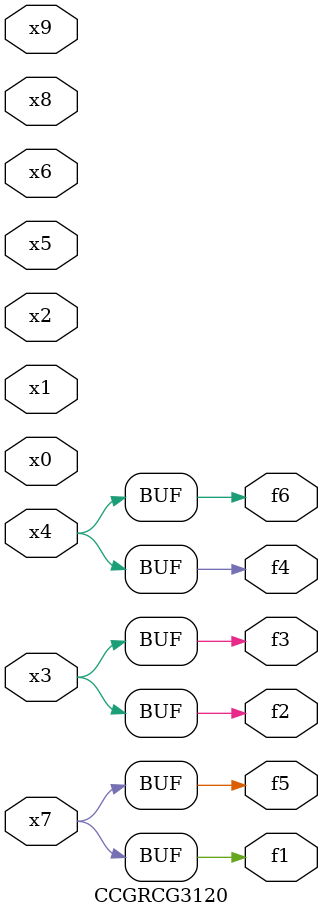
<source format=v>
module CCGRCG3120(
	input x0, x1, x2, x3, x4, x5, x6, x7, x8, x9,
	output f1, f2, f3, f4, f5, f6
);
	assign f1 = x7;
	assign f2 = x3;
	assign f3 = x3;
	assign f4 = x4;
	assign f5 = x7;
	assign f6 = x4;
endmodule

</source>
